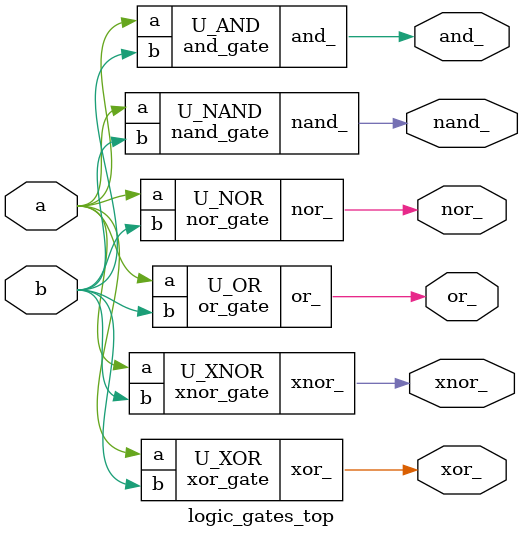
<source format=v>
`timescale 1ns/1ps

module mux_design_vector(
    input [1:0] data,
    input select,
    output y
);
    assign y = data[select];

endmodule

// mux design by conditional........
module mux_design_conditional (
    input i0,i1,
    input select,
    output y
);
    assign y = select ? i1 : i0;
endmodule


// or gate 
module or_gate (
    input a,b,
    output or_
);
    mux_design_vector u1(
        .data({1'b1,b}), // data[1] = 1 (msb), data[0] = b (lsb);
        .select(a),
        .y(or_)
    );
endmodule

// and gate 
module and_gate(
    input a,b,
    output and_
);
    mux_design_conditional u2(
        .i0(1'b0),
        .i1(b),
        .select(a),
        .y(and_)
    );
endmodule

// nand gate
module nand_gate(
    input a,b,
    output nand_
);
    wire not_b;
    assign not_b = ~b;
    mux_design_vector u3(
        .data({not_b,1'b1}),
        .select(a),
        .y(nand_)
    );
endmodule

// nor gate
module nor_gate(
    input a,b,
    output nor_
);
    mux_design_conditional u4(
        .i0(~b),
        .i1(1'b0),
        .select(a),
        .y(nor_)
    );

endmodule

// xor gate
module xor_gate(
    input a,b,
    output xor_
);
    wire not_b;
    assign not_b = ~b;
    mux_design_vector u5(
        .data({not_b,b}),
        .select(a),
        .y(xor_)
    );
endmodule

//xnor
module xnor_gate(
    input a,b,
    output xnor_
);
    mux_design_conditional u6(
        .i0(~b),
        .i1(b),
        .select(a),
        .y(xnor_)
    );
endmodule


//all logic gates in a main module
module logic_gates_top (
    input  a, b,
    output and_,
    output or_,
    output nand_,
    output nor_,
    output xor_,
    output xnor_
);

    and_gate  U_AND  (.a(a), .b(b), .and_(and_));
    or_gate   U_OR   (.a(a), .b(b), .or_(or_));
    nand_gate U_NAND (.a(a), .b(b), .nand_(nand_));
    nor_gate  U_NOR  (.a(a), .b(b), .nor_(nor_));
    xor_gate  U_XOR  (.a(a), .b(b), .xor_(xor_));
    xnor_gate U_XNOR (.a(a), .b(b), .xnor_(xnor_));

endmodule

</source>
